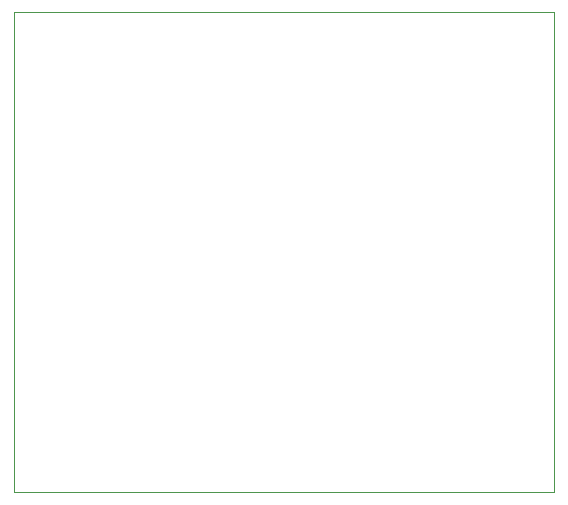
<source format=gbr>
%TF.GenerationSoftware,KiCad,Pcbnew,(6.0.10)*%
%TF.CreationDate,2023-02-17T09:14:47-08:00*%
%TF.ProjectId,555 Timer,35353520-5469-46d6-9572-2e6b69636164,rev?*%
%TF.SameCoordinates,Original*%
%TF.FileFunction,Profile,NP*%
%FSLAX46Y46*%
G04 Gerber Fmt 4.6, Leading zero omitted, Abs format (unit mm)*
G04 Created by KiCad (PCBNEW (6.0.10)) date 2023-02-17 09:14:47*
%MOMM*%
%LPD*%
G01*
G04 APERTURE LIST*
%TA.AperFunction,Profile*%
%ADD10C,0.100000*%
%TD*%
G04 APERTURE END LIST*
D10*
X127000000Y-73660000D02*
X172720000Y-73660000D01*
X172720000Y-73660000D02*
X172720000Y-114300000D01*
X172720000Y-114300000D02*
X127000000Y-114300000D01*
X127000000Y-114300000D02*
X127000000Y-73660000D01*
M02*

</source>
